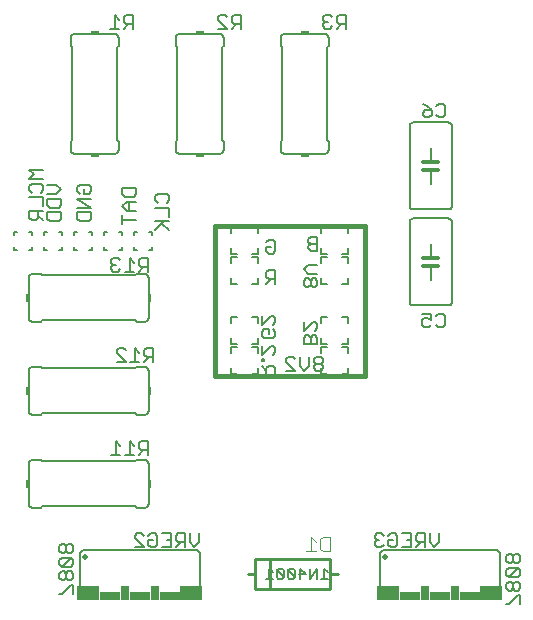
<source format=gbo>
G75*
G70*
%OFA0B0*%
%FSLAX24Y24*%
%IPPOS*%
%LPD*%
%AMOC8*
5,1,8,0,0,1.08239X$1,22.5*
%
%ADD10C,0.0160*%
%ADD11C,0.0120*%
%ADD12C,0.0060*%
%ADD13C,0.0050*%
%ADD14C,0.0200*%
%ADD15R,0.0750X0.0500*%
%ADD16R,0.0700X0.0300*%
%ADD17R,0.0300X0.0500*%
%ADD18C,0.0100*%
%ADD19C,0.0040*%
%ADD20R,0.0300X0.0110*%
%ADD21R,0.0110X0.0300*%
D10*
X007601Y008004D02*
X007601Y013004D01*
X012601Y013004D01*
X012601Y008004D01*
X007601Y008004D01*
D11*
X014551Y011684D02*
X014801Y011684D01*
X015051Y011684D01*
X015051Y011934D02*
X014801Y011934D01*
X014551Y011934D01*
X014551Y014874D02*
X014801Y014874D01*
X015051Y014874D01*
X015051Y015124D02*
X014801Y015124D01*
X014551Y015124D01*
D12*
X014801Y015124D02*
X014801Y015604D01*
X014801Y014874D02*
X014801Y014404D01*
X015501Y013654D02*
X015499Y013637D01*
X015495Y013620D01*
X015488Y013604D01*
X015478Y013590D01*
X015465Y013577D01*
X015451Y013567D01*
X015435Y013560D01*
X015418Y013556D01*
X015401Y013554D01*
X014201Y013554D01*
X014184Y013556D01*
X014167Y013560D01*
X014151Y013567D01*
X014137Y013577D01*
X014124Y013590D01*
X014114Y013604D01*
X014107Y013620D01*
X014103Y013637D01*
X014101Y013654D01*
X014101Y016354D01*
X014103Y016371D01*
X014107Y016388D01*
X014114Y016404D01*
X014124Y016418D01*
X014137Y016431D01*
X014151Y016441D01*
X014167Y016448D01*
X014184Y016452D01*
X014201Y016454D01*
X015401Y016454D01*
X015418Y016452D01*
X015435Y016448D01*
X015451Y016441D01*
X015465Y016431D01*
X015478Y016418D01*
X015488Y016404D01*
X015495Y016388D01*
X015499Y016371D01*
X015501Y016354D01*
X015501Y013654D01*
X015401Y013254D02*
X014201Y013254D01*
X014184Y013252D01*
X014167Y013248D01*
X014151Y013241D01*
X014137Y013231D01*
X014124Y013218D01*
X014114Y013204D01*
X014107Y013188D01*
X014103Y013171D01*
X014101Y013154D01*
X014101Y010454D01*
X014103Y010437D01*
X014107Y010420D01*
X014114Y010404D01*
X014124Y010390D01*
X014137Y010377D01*
X014151Y010367D01*
X014167Y010360D01*
X014184Y010356D01*
X014201Y010354D01*
X015401Y010354D01*
X015418Y010356D01*
X015435Y010360D01*
X015451Y010367D01*
X015465Y010377D01*
X015478Y010390D01*
X015488Y010404D01*
X015495Y010420D01*
X015499Y010437D01*
X015501Y010454D01*
X015501Y013154D01*
X015499Y013171D01*
X015495Y013188D01*
X015488Y013204D01*
X015478Y013218D01*
X015465Y013231D01*
X015451Y013241D01*
X015435Y013248D01*
X015418Y013252D01*
X015401Y013254D01*
X014801Y012404D02*
X014801Y011934D01*
X014801Y011684D02*
X014801Y011204D01*
X012051Y011254D02*
X012051Y011054D01*
X011851Y011054D01*
X011351Y011054D02*
X011151Y011054D01*
X011151Y011254D01*
X011151Y011754D02*
X011151Y011954D01*
X011351Y011954D01*
X011351Y012054D02*
X011151Y012054D01*
X011151Y012254D01*
X011151Y012754D02*
X011151Y012954D01*
X011351Y012954D01*
X011851Y012954D02*
X012051Y012954D01*
X012051Y012754D01*
X012051Y012254D02*
X012051Y012054D01*
X011851Y012054D01*
X011851Y011954D02*
X012051Y011954D01*
X012051Y011754D01*
X012051Y009954D02*
X011851Y009954D01*
X012051Y009954D02*
X012051Y009754D01*
X012051Y009254D02*
X012051Y009054D01*
X011851Y009054D01*
X011851Y008954D02*
X012051Y008954D01*
X012051Y008754D01*
X012051Y008254D02*
X012051Y008054D01*
X011851Y008054D01*
X011351Y008054D02*
X011151Y008054D01*
X011151Y008254D01*
X011151Y008754D02*
X011151Y008954D01*
X011351Y008954D01*
X011351Y009054D02*
X011151Y009054D01*
X011151Y009254D01*
X011151Y009754D02*
X011151Y009954D01*
X011351Y009954D01*
X009051Y009954D02*
X009051Y009754D01*
X009051Y009954D02*
X008851Y009954D01*
X008351Y009954D02*
X008151Y009954D01*
X008151Y009754D01*
X008151Y009254D02*
X008151Y009054D01*
X008351Y009054D01*
X008351Y008954D02*
X008151Y008954D01*
X008151Y008754D01*
X008151Y008254D02*
X008151Y008054D01*
X008351Y008054D01*
X008851Y008054D02*
X009051Y008054D01*
X009051Y008254D01*
X009051Y008754D02*
X009051Y008954D01*
X008851Y008954D01*
X008851Y009054D02*
X009051Y009054D01*
X009051Y009254D01*
X009051Y011054D02*
X008851Y011054D01*
X009051Y011054D02*
X009051Y011254D01*
X009051Y011754D02*
X009051Y011954D01*
X008851Y011954D01*
X008851Y012054D02*
X009051Y012054D01*
X009051Y012254D01*
X009051Y012754D02*
X009051Y012954D01*
X008851Y012954D01*
X008351Y012954D02*
X008151Y012954D01*
X008151Y012754D01*
X008151Y012254D02*
X008151Y012054D01*
X008351Y012054D01*
X008351Y011954D02*
X008151Y011954D01*
X008151Y011754D01*
X008151Y011254D02*
X008151Y011054D01*
X008351Y011054D01*
X005501Y012204D02*
X005501Y012304D01*
X005501Y012204D02*
X005401Y012204D01*
X005001Y012204D02*
X004901Y012204D01*
X004901Y012304D01*
X004901Y012704D02*
X004901Y012804D01*
X005001Y012804D01*
X005401Y012804D02*
X005501Y012804D01*
X005501Y012704D01*
X004501Y012704D02*
X004501Y012804D01*
X004401Y012804D01*
X004001Y012804D02*
X003901Y012804D01*
X003901Y012704D01*
X003901Y012304D02*
X003901Y012204D01*
X004001Y012204D01*
X004401Y012204D02*
X004501Y012204D01*
X004501Y012304D01*
X005001Y011404D02*
X004951Y011354D01*
X001851Y011354D01*
X001801Y011404D01*
X001551Y011404D01*
X001528Y011402D01*
X001505Y011397D01*
X001483Y011388D01*
X001463Y011375D01*
X001445Y011360D01*
X001430Y011342D01*
X001417Y011322D01*
X001408Y011300D01*
X001403Y011277D01*
X001401Y011254D01*
X001401Y009954D01*
X001403Y009931D01*
X001408Y009908D01*
X001417Y009886D01*
X001430Y009866D01*
X001445Y009848D01*
X001463Y009833D01*
X001483Y009820D01*
X001505Y009811D01*
X001528Y009806D01*
X001551Y009804D01*
X001801Y009804D01*
X001851Y009854D01*
X004951Y009854D01*
X005001Y009804D01*
X005251Y009804D01*
X005274Y009806D01*
X005297Y009811D01*
X005319Y009820D01*
X005339Y009833D01*
X005357Y009848D01*
X005372Y009866D01*
X005385Y009886D01*
X005394Y009908D01*
X005399Y009931D01*
X005401Y009954D01*
X005401Y011254D01*
X005399Y011277D01*
X005394Y011300D01*
X005385Y011322D01*
X005372Y011342D01*
X005357Y011360D01*
X005339Y011375D01*
X005319Y011388D01*
X005297Y011397D01*
X005274Y011402D01*
X005251Y011404D01*
X005001Y011404D01*
X003501Y012204D02*
X003501Y012304D01*
X003501Y012204D02*
X003401Y012204D01*
X003001Y012204D02*
X002901Y012204D01*
X002901Y012304D01*
X002901Y012704D02*
X002901Y012804D01*
X003001Y012804D01*
X003401Y012804D02*
X003501Y012804D01*
X003501Y012704D01*
X002501Y012704D02*
X002501Y012804D01*
X002401Y012804D01*
X002001Y012804D02*
X001901Y012804D01*
X001901Y012704D01*
X001901Y012304D02*
X001901Y012204D01*
X002001Y012204D01*
X002401Y012204D02*
X002501Y012204D01*
X002501Y012304D01*
X001501Y012304D02*
X001501Y012204D01*
X001401Y012204D01*
X001001Y012204D02*
X000901Y012204D01*
X000901Y012304D01*
X000901Y012704D02*
X000901Y012804D01*
X001001Y012804D01*
X001401Y012804D02*
X001501Y012804D01*
X001501Y012704D01*
X002951Y015404D02*
X004251Y015404D01*
X004274Y015406D01*
X004297Y015411D01*
X004319Y015420D01*
X004339Y015433D01*
X004357Y015448D01*
X004372Y015466D01*
X004385Y015486D01*
X004394Y015508D01*
X004399Y015531D01*
X004401Y015554D01*
X004401Y015804D01*
X004351Y015854D01*
X004351Y018954D01*
X004401Y019004D01*
X004401Y019254D01*
X004399Y019277D01*
X004394Y019300D01*
X004385Y019322D01*
X004372Y019342D01*
X004357Y019360D01*
X004339Y019375D01*
X004319Y019388D01*
X004297Y019397D01*
X004274Y019402D01*
X004251Y019404D01*
X002951Y019404D01*
X002928Y019402D01*
X002905Y019397D01*
X002883Y019388D01*
X002863Y019375D01*
X002845Y019360D01*
X002830Y019342D01*
X002817Y019322D01*
X002808Y019300D01*
X002803Y019277D01*
X002801Y019254D01*
X002801Y019004D01*
X002851Y018954D01*
X002851Y015854D01*
X002801Y015804D01*
X002801Y015554D01*
X002803Y015531D01*
X002808Y015508D01*
X002817Y015486D01*
X002830Y015466D01*
X002845Y015448D01*
X002863Y015433D01*
X002883Y015420D01*
X002905Y015411D01*
X002928Y015406D01*
X002951Y015404D01*
X006301Y015554D02*
X006301Y015804D01*
X006351Y015854D01*
X006351Y018954D01*
X006301Y019004D01*
X006301Y019254D01*
X006303Y019277D01*
X006308Y019300D01*
X006317Y019322D01*
X006330Y019342D01*
X006345Y019360D01*
X006363Y019375D01*
X006383Y019388D01*
X006405Y019397D01*
X006428Y019402D01*
X006451Y019404D01*
X007751Y019404D01*
X007774Y019402D01*
X007797Y019397D01*
X007819Y019388D01*
X007839Y019375D01*
X007857Y019360D01*
X007872Y019342D01*
X007885Y019322D01*
X007894Y019300D01*
X007899Y019277D01*
X007901Y019254D01*
X007901Y019004D01*
X007851Y018954D01*
X007851Y015854D01*
X007901Y015804D01*
X007901Y015554D01*
X007899Y015531D01*
X007894Y015508D01*
X007885Y015486D01*
X007872Y015466D01*
X007857Y015448D01*
X007839Y015433D01*
X007819Y015420D01*
X007797Y015411D01*
X007774Y015406D01*
X007751Y015404D01*
X006451Y015404D01*
X006428Y015406D01*
X006405Y015411D01*
X006383Y015420D01*
X006363Y015433D01*
X006345Y015448D01*
X006330Y015466D01*
X006317Y015486D01*
X006308Y015508D01*
X006303Y015531D01*
X006301Y015554D01*
X009801Y015554D02*
X009801Y015804D01*
X009851Y015854D01*
X009851Y018954D01*
X009801Y019004D01*
X009801Y019254D01*
X009803Y019277D01*
X009808Y019300D01*
X009817Y019322D01*
X009830Y019342D01*
X009845Y019360D01*
X009863Y019375D01*
X009883Y019388D01*
X009905Y019397D01*
X009928Y019402D01*
X009951Y019404D01*
X011251Y019404D01*
X011274Y019402D01*
X011297Y019397D01*
X011319Y019388D01*
X011339Y019375D01*
X011357Y019360D01*
X011372Y019342D01*
X011385Y019322D01*
X011394Y019300D01*
X011399Y019277D01*
X011401Y019254D01*
X011401Y019004D01*
X011351Y018954D01*
X011351Y015854D01*
X011401Y015804D01*
X011401Y015554D01*
X011399Y015531D01*
X011394Y015508D01*
X011385Y015486D01*
X011372Y015466D01*
X011357Y015448D01*
X011339Y015433D01*
X011319Y015420D01*
X011297Y015411D01*
X011274Y015406D01*
X011251Y015404D01*
X009951Y015404D01*
X009928Y015406D01*
X009905Y015411D01*
X009883Y015420D01*
X009863Y015433D01*
X009845Y015448D01*
X009830Y015466D01*
X009817Y015486D01*
X009808Y015508D01*
X009803Y015531D01*
X009801Y015554D01*
X005251Y008304D02*
X005001Y008304D01*
X004951Y008254D01*
X001851Y008254D01*
X001801Y008304D01*
X001551Y008304D01*
X001528Y008302D01*
X001505Y008297D01*
X001483Y008288D01*
X001463Y008275D01*
X001445Y008260D01*
X001430Y008242D01*
X001417Y008222D01*
X001408Y008200D01*
X001403Y008177D01*
X001401Y008154D01*
X001401Y006854D01*
X001403Y006831D01*
X001408Y006808D01*
X001417Y006786D01*
X001430Y006766D01*
X001445Y006748D01*
X001463Y006733D01*
X001483Y006720D01*
X001505Y006711D01*
X001528Y006706D01*
X001551Y006704D01*
X001801Y006704D01*
X001851Y006754D01*
X004951Y006754D01*
X005001Y006704D01*
X005251Y006704D01*
X005274Y006706D01*
X005297Y006711D01*
X005319Y006720D01*
X005339Y006733D01*
X005357Y006748D01*
X005372Y006766D01*
X005385Y006786D01*
X005394Y006808D01*
X005399Y006831D01*
X005401Y006854D01*
X005401Y008154D01*
X005399Y008177D01*
X005394Y008200D01*
X005385Y008222D01*
X005372Y008242D01*
X005357Y008260D01*
X005339Y008275D01*
X005319Y008288D01*
X005297Y008297D01*
X005274Y008302D01*
X005251Y008304D01*
X005251Y005204D02*
X005001Y005204D01*
X004951Y005154D01*
X001851Y005154D01*
X001801Y005204D01*
X001551Y005204D01*
X001528Y005202D01*
X001505Y005197D01*
X001483Y005188D01*
X001463Y005175D01*
X001445Y005160D01*
X001430Y005142D01*
X001417Y005122D01*
X001408Y005100D01*
X001403Y005077D01*
X001401Y005054D01*
X001401Y003754D01*
X001403Y003731D01*
X001408Y003708D01*
X001417Y003686D01*
X001430Y003666D01*
X001445Y003648D01*
X001463Y003633D01*
X001483Y003620D01*
X001505Y003611D01*
X001528Y003606D01*
X001551Y003604D01*
X001801Y003604D01*
X001851Y003654D01*
X004951Y003654D01*
X005001Y003604D01*
X005251Y003604D01*
X005274Y003606D01*
X005297Y003611D01*
X005319Y003620D01*
X005339Y003633D01*
X005357Y003648D01*
X005372Y003666D01*
X005385Y003686D01*
X005394Y003708D01*
X005399Y003731D01*
X005401Y003754D01*
X005401Y005054D01*
X005399Y005077D01*
X005394Y005100D01*
X005385Y005122D01*
X005372Y005142D01*
X005357Y005160D01*
X005339Y005175D01*
X005319Y005188D01*
X005297Y005197D01*
X005274Y005202D01*
X005251Y005204D01*
X007001Y002204D02*
X003201Y002204D01*
X003101Y002104D01*
X003101Y000954D01*
X007001Y002204D02*
X007101Y002104D01*
X007101Y000954D01*
X013101Y000954D02*
X013101Y002104D01*
X013201Y002204D01*
X017001Y002204D01*
X017101Y002104D01*
X017101Y000954D01*
D13*
X002501Y000729D02*
X002426Y000729D01*
X002501Y000729D02*
X002801Y001029D01*
X002876Y001029D01*
X002876Y000729D01*
X002801Y001189D02*
X002726Y001189D01*
X002651Y001264D01*
X002651Y001414D01*
X002576Y001490D01*
X002501Y001490D01*
X002426Y001414D01*
X002426Y001264D01*
X002501Y001189D01*
X002576Y001189D01*
X002651Y001264D01*
X002651Y001414D02*
X002726Y001490D01*
X002801Y001490D01*
X002876Y001414D01*
X002876Y001264D01*
X002801Y001189D01*
X002801Y001650D02*
X002501Y001650D01*
X002801Y001950D01*
X002501Y001950D01*
X002426Y001875D01*
X002426Y001725D01*
X002501Y001650D01*
X002801Y001650D02*
X002876Y001725D01*
X002876Y001875D01*
X002801Y001950D01*
X002801Y002110D02*
X002726Y002110D01*
X002651Y002185D01*
X002651Y002335D01*
X002576Y002410D01*
X002501Y002410D01*
X002426Y002335D01*
X002426Y002185D01*
X002501Y002110D01*
X002576Y002110D01*
X002651Y002185D01*
X002651Y002335D02*
X002726Y002410D01*
X002801Y002410D01*
X002876Y002335D01*
X002876Y002185D01*
X002801Y002110D01*
X004936Y002309D02*
X005236Y002309D01*
X004936Y002609D01*
X004936Y002684D01*
X005011Y002759D01*
X005161Y002759D01*
X005236Y002684D01*
X005396Y002684D02*
X005471Y002759D01*
X005622Y002759D01*
X005697Y002684D01*
X005697Y002384D01*
X005622Y002309D01*
X005471Y002309D01*
X005396Y002384D01*
X005396Y002534D01*
X005547Y002534D01*
X005857Y002309D02*
X006157Y002309D01*
X006157Y002759D01*
X005857Y002759D01*
X006007Y002534D02*
X006157Y002534D01*
X006317Y002534D02*
X006392Y002459D01*
X006617Y002459D01*
X006467Y002459D02*
X006317Y002309D01*
X006317Y002534D02*
X006317Y002684D01*
X006392Y002759D01*
X006617Y002759D01*
X006617Y002309D01*
X006777Y002459D02*
X006777Y002759D01*
X006777Y002459D02*
X006928Y002309D01*
X007078Y002459D01*
X007078Y002759D01*
X009418Y001579D02*
X009418Y001229D01*
X009534Y001229D02*
X009301Y001229D01*
X009669Y001287D02*
X009727Y001229D01*
X009844Y001229D01*
X009903Y001287D01*
X009669Y001521D01*
X009669Y001287D01*
X009534Y001462D02*
X009418Y001579D01*
X009669Y001521D02*
X009727Y001579D01*
X009844Y001579D01*
X009903Y001521D01*
X009903Y001287D01*
X010037Y001287D02*
X010096Y001229D01*
X010213Y001229D01*
X010271Y001287D01*
X010037Y001521D01*
X010037Y001287D01*
X010037Y001521D02*
X010096Y001579D01*
X010213Y001579D01*
X010271Y001521D01*
X010271Y001287D01*
X010406Y001404D02*
X010639Y001404D01*
X010464Y001579D01*
X010464Y001229D01*
X010774Y001229D02*
X010774Y001579D01*
X011007Y001579D02*
X010774Y001229D01*
X011007Y001229D02*
X011007Y001579D01*
X011259Y001579D02*
X011259Y001229D01*
X011376Y001229D02*
X011142Y001229D01*
X011376Y001462D02*
X011259Y001579D01*
X012936Y002384D02*
X013011Y002309D01*
X013161Y002309D01*
X013236Y002384D01*
X013396Y002384D02*
X013396Y002534D01*
X013547Y002534D01*
X013697Y002384D02*
X013622Y002309D01*
X013471Y002309D01*
X013396Y002384D01*
X013697Y002384D02*
X013697Y002684D01*
X013622Y002759D01*
X013471Y002759D01*
X013396Y002684D01*
X013236Y002684D02*
X013161Y002759D01*
X013011Y002759D01*
X012936Y002684D01*
X012936Y002609D01*
X013011Y002534D01*
X012936Y002459D01*
X012936Y002384D01*
X013011Y002534D02*
X013086Y002534D01*
X013857Y002309D02*
X014157Y002309D01*
X014157Y002759D01*
X013857Y002759D01*
X014007Y002534D02*
X014157Y002534D01*
X014317Y002534D02*
X014392Y002459D01*
X014617Y002459D01*
X014467Y002459D02*
X014317Y002309D01*
X014317Y002534D02*
X014317Y002684D01*
X014392Y002759D01*
X014617Y002759D01*
X014617Y002309D01*
X014777Y002459D02*
X014777Y002759D01*
X015078Y002759D02*
X015078Y002459D01*
X014928Y002309D01*
X014777Y002459D01*
X017326Y001994D02*
X017326Y001844D01*
X017401Y001768D01*
X017476Y001768D01*
X017551Y001844D01*
X017551Y001994D01*
X017476Y002069D01*
X017401Y002069D01*
X017326Y001994D01*
X017551Y001994D02*
X017626Y002069D01*
X017701Y002069D01*
X017776Y001994D01*
X017776Y001844D01*
X017701Y001768D01*
X017626Y001768D01*
X017551Y001844D01*
X017401Y001608D02*
X017326Y001533D01*
X017326Y001383D01*
X017401Y001308D01*
X017701Y001608D01*
X017401Y001608D01*
X017401Y001308D02*
X017701Y001308D01*
X017776Y001383D01*
X017776Y001533D01*
X017701Y001608D01*
X017701Y001148D02*
X017626Y001148D01*
X017551Y001073D01*
X017551Y000923D01*
X017626Y000848D01*
X017701Y000848D01*
X017776Y000923D01*
X017776Y001073D01*
X017701Y001148D01*
X017551Y001073D02*
X017476Y001148D01*
X017401Y001148D01*
X017326Y001073D01*
X017326Y000923D01*
X017401Y000848D01*
X017476Y000848D01*
X017551Y000923D01*
X017701Y000688D02*
X017401Y000387D01*
X017326Y000387D01*
X017776Y000387D02*
X017776Y000688D01*
X017701Y000688D01*
X011132Y008179D02*
X010982Y008179D01*
X010907Y008254D01*
X010907Y008329D01*
X010982Y008404D01*
X011132Y008404D01*
X011207Y008479D01*
X011207Y008554D01*
X011132Y008629D01*
X010982Y008629D01*
X010907Y008554D01*
X010907Y008479D01*
X010982Y008404D01*
X011132Y008404D02*
X011207Y008329D01*
X011207Y008254D01*
X011132Y008179D01*
X010747Y008329D02*
X010747Y008629D01*
X010747Y008329D02*
X010596Y008179D01*
X010446Y008329D01*
X010446Y008629D01*
X010286Y008554D02*
X010211Y008629D01*
X010061Y008629D01*
X009986Y008554D01*
X009986Y008479D01*
X010286Y008179D01*
X009986Y008179D01*
X009626Y008253D02*
X009626Y008028D01*
X009176Y008028D01*
X009326Y008028D02*
X009326Y008253D01*
X009401Y008328D01*
X009551Y008328D01*
X009626Y008253D01*
X009326Y008178D02*
X009176Y008328D01*
X009176Y008488D02*
X009176Y008563D01*
X009251Y008563D01*
X009251Y008488D01*
X009176Y008488D01*
X009176Y008719D02*
X009476Y009019D01*
X009551Y009019D01*
X009626Y008944D01*
X009626Y008794D01*
X009551Y008719D01*
X009176Y008719D02*
X009176Y009019D01*
X009251Y009258D02*
X009176Y009333D01*
X009176Y009483D01*
X009251Y009558D01*
X009401Y009558D01*
X009401Y009408D01*
X009551Y009258D02*
X009251Y009258D01*
X009551Y009258D02*
X009626Y009333D01*
X009626Y009483D01*
X009551Y009558D01*
X009551Y009719D02*
X009626Y009794D01*
X009626Y009944D01*
X009551Y010019D01*
X009476Y010019D01*
X009176Y009719D01*
X009176Y010019D01*
X009326Y011079D02*
X009476Y011229D01*
X009401Y011229D02*
X009626Y011229D01*
X009626Y011079D02*
X009626Y011529D01*
X009401Y011529D01*
X009326Y011454D01*
X009326Y011304D01*
X009401Y011229D01*
X009401Y012079D02*
X009326Y012154D01*
X009326Y012304D01*
X009476Y012304D01*
X009626Y012154D02*
X009551Y012079D01*
X009401Y012079D01*
X009626Y012154D02*
X009626Y012454D01*
X009551Y012529D01*
X009401Y012529D01*
X009326Y012454D01*
X010576Y011569D02*
X010726Y011719D01*
X011026Y011719D01*
X011026Y011419D02*
X010726Y011419D01*
X010576Y011569D01*
X010651Y011258D02*
X010576Y011183D01*
X010576Y011033D01*
X010651Y010958D01*
X010726Y010958D01*
X010801Y011033D01*
X010801Y011183D01*
X010726Y011258D01*
X010651Y011258D01*
X010801Y011183D02*
X010876Y011258D01*
X010951Y011258D01*
X011026Y011183D01*
X011026Y011033D01*
X010951Y010958D01*
X010876Y010958D01*
X010801Y011033D01*
X010801Y012179D02*
X011026Y012179D01*
X011026Y012629D01*
X010801Y012629D01*
X010726Y012554D01*
X010726Y012479D01*
X010801Y012404D01*
X011026Y012404D01*
X010801Y012404D02*
X010726Y012329D01*
X010726Y012254D01*
X010801Y012179D01*
X010876Y009819D02*
X010951Y009819D01*
X011026Y009744D01*
X011026Y009594D01*
X010951Y009519D01*
X010951Y009358D02*
X010876Y009358D01*
X010801Y009283D01*
X010801Y009058D01*
X010576Y009058D02*
X011026Y009058D01*
X011026Y009283D01*
X010951Y009358D01*
X010801Y009283D02*
X010726Y009358D01*
X010651Y009358D01*
X010576Y009283D01*
X010576Y009058D01*
X010576Y009519D02*
X010876Y009819D01*
X010576Y009819D02*
X010576Y009519D01*
X014515Y009704D02*
X014590Y009629D01*
X014740Y009629D01*
X014815Y009704D01*
X014815Y009854D02*
X014665Y009929D01*
X014590Y009929D01*
X014515Y009854D01*
X014515Y009704D01*
X014515Y010079D02*
X014815Y010079D01*
X014815Y009854D01*
X014976Y009704D02*
X015051Y009629D01*
X015201Y009629D01*
X015276Y009704D01*
X015276Y010004D01*
X015201Y010079D01*
X015051Y010079D01*
X014976Y010004D01*
X015071Y016629D02*
X014996Y016704D01*
X015071Y016629D02*
X015221Y016629D01*
X015297Y016704D01*
X015297Y017004D01*
X015221Y017079D01*
X015071Y017079D01*
X014996Y017004D01*
X014836Y016854D02*
X014611Y016854D01*
X014536Y016779D01*
X014536Y016704D01*
X014611Y016629D01*
X014761Y016629D01*
X014836Y016704D01*
X014836Y016854D01*
X014686Y017004D01*
X014536Y017079D01*
X011976Y019579D02*
X011976Y020029D01*
X011751Y020029D01*
X011676Y019954D01*
X011676Y019804D01*
X011751Y019729D01*
X011976Y019729D01*
X011826Y019729D02*
X011676Y019579D01*
X011515Y019654D02*
X011440Y019579D01*
X011290Y019579D01*
X011215Y019654D01*
X011215Y019729D01*
X011290Y019804D01*
X011365Y019804D01*
X011290Y019804D02*
X011215Y019879D01*
X011215Y019954D01*
X011290Y020029D01*
X011440Y020029D01*
X011515Y019954D01*
X008476Y020029D02*
X008476Y019579D01*
X008476Y019729D02*
X008251Y019729D01*
X008176Y019804D01*
X008176Y019954D01*
X008251Y020029D01*
X008476Y020029D01*
X008326Y019729D02*
X008176Y019579D01*
X008015Y019579D02*
X007715Y019879D01*
X007715Y019954D01*
X007790Y020029D01*
X007940Y020029D01*
X008015Y019954D01*
X008015Y019579D02*
X007715Y019579D01*
X004876Y019579D02*
X004876Y020029D01*
X004651Y020029D01*
X004576Y019954D01*
X004576Y019804D01*
X004651Y019729D01*
X004876Y019729D01*
X004726Y019729D02*
X004576Y019579D01*
X004415Y019579D02*
X004115Y019579D01*
X004265Y019579D02*
X004265Y020029D01*
X004415Y019879D01*
X001876Y014879D02*
X001425Y014879D01*
X001576Y014729D01*
X001425Y014579D01*
X001876Y014579D01*
X001801Y014419D02*
X001876Y014344D01*
X001876Y014193D01*
X001801Y014118D01*
X001876Y013958D02*
X001425Y013958D01*
X001500Y014118D02*
X001425Y014193D01*
X001425Y014344D01*
X001500Y014419D01*
X001801Y014419D01*
X002025Y014379D02*
X002326Y014379D01*
X002476Y014229D01*
X002326Y014079D01*
X002025Y014079D01*
X002025Y013919D02*
X002025Y013693D01*
X002100Y013618D01*
X002401Y013618D01*
X002476Y013693D01*
X002476Y013919D01*
X002025Y013919D01*
X001876Y013958D02*
X001876Y013658D01*
X001876Y013498D02*
X001425Y013498D01*
X001425Y013273D01*
X001500Y013198D01*
X001651Y013198D01*
X001726Y013273D01*
X001726Y013498D01*
X001726Y013348D02*
X001876Y013198D01*
X002025Y013233D02*
X002100Y013158D01*
X002401Y013158D01*
X002476Y013233D01*
X002476Y013458D01*
X002025Y013458D01*
X002025Y013233D01*
X003025Y013233D02*
X003025Y013458D01*
X003476Y013458D01*
X003476Y013233D01*
X003401Y013158D01*
X003100Y013158D01*
X003025Y013233D01*
X003025Y013618D02*
X003476Y013618D01*
X003025Y013919D01*
X003476Y013919D01*
X003401Y014079D02*
X003251Y014079D01*
X003251Y014229D01*
X003401Y014379D02*
X003476Y014304D01*
X003476Y014154D01*
X003401Y014079D01*
X003401Y014379D02*
X003100Y014379D01*
X003025Y014304D01*
X003025Y014154D01*
X003100Y014079D01*
X004525Y014054D02*
X004600Y013979D01*
X004901Y013979D01*
X004976Y014054D01*
X004976Y014279D01*
X004525Y014279D01*
X004525Y014054D01*
X004676Y013819D02*
X004525Y013668D01*
X004676Y013518D01*
X004976Y013518D01*
X004751Y013518D02*
X004751Y013819D01*
X004676Y013819D02*
X004976Y013819D01*
X004976Y013208D02*
X004525Y013208D01*
X004525Y013358D02*
X004525Y013058D01*
X005625Y013158D02*
X006076Y013158D01*
X005926Y013158D02*
X005625Y012858D01*
X005851Y013083D02*
X006076Y012858D01*
X006076Y013318D02*
X006076Y013619D01*
X005625Y013619D01*
X005700Y013779D02*
X005625Y013854D01*
X005625Y014004D01*
X005700Y014079D01*
X006001Y014079D01*
X006076Y014004D01*
X006076Y013854D01*
X006001Y013779D01*
X005376Y011929D02*
X005151Y011929D01*
X005076Y011854D01*
X005076Y011704D01*
X005151Y011629D01*
X005376Y011629D01*
X005376Y011479D02*
X005376Y011929D01*
X005226Y011629D02*
X005076Y011479D01*
X004915Y011479D02*
X004615Y011479D01*
X004765Y011479D02*
X004765Y011929D01*
X004915Y011779D01*
X004455Y011854D02*
X004380Y011929D01*
X004230Y011929D01*
X004155Y011854D01*
X004155Y011779D01*
X004230Y011704D01*
X004155Y011629D01*
X004155Y011554D01*
X004230Y011479D01*
X004380Y011479D01*
X004455Y011554D01*
X004305Y011704D02*
X004230Y011704D01*
X004411Y008929D02*
X004561Y008929D01*
X004636Y008854D01*
X004411Y008929D02*
X004336Y008854D01*
X004336Y008779D01*
X004636Y008479D01*
X004336Y008479D01*
X004796Y008479D02*
X005097Y008479D01*
X004946Y008479D02*
X004946Y008929D01*
X005097Y008779D01*
X005257Y008704D02*
X005332Y008629D01*
X005557Y008629D01*
X005557Y008479D02*
X005557Y008929D01*
X005332Y008929D01*
X005257Y008854D01*
X005257Y008704D01*
X005407Y008629D02*
X005257Y008479D01*
X005151Y005829D02*
X005076Y005754D01*
X005076Y005604D01*
X005151Y005529D01*
X005376Y005529D01*
X005376Y005379D02*
X005376Y005829D01*
X005151Y005829D01*
X004915Y005679D02*
X004765Y005829D01*
X004765Y005379D01*
X004915Y005379D02*
X004615Y005379D01*
X004455Y005379D02*
X004155Y005379D01*
X004305Y005379D02*
X004305Y005829D01*
X004455Y005679D01*
X005076Y005379D02*
X005226Y005529D01*
D14*
X003281Y001964D03*
X013281Y001964D03*
D15*
X013376Y000754D03*
X016826Y000754D03*
X006826Y000754D03*
X003376Y000754D03*
D16*
X004101Y000654D03*
X005101Y000654D03*
X006101Y000654D03*
X014101Y000654D03*
X015101Y000654D03*
X016101Y000654D03*
D17*
X015601Y000754D03*
X014601Y000754D03*
X005601Y000754D03*
X004601Y000754D03*
D18*
X008701Y001404D02*
X008951Y001404D01*
X008951Y001904D01*
X009451Y001904D01*
X009451Y000904D01*
X008951Y000904D01*
X008951Y001404D01*
X009451Y000904D02*
X011451Y000904D01*
X011451Y001404D01*
X011701Y001404D01*
X011451Y001404D02*
X011451Y001904D01*
X009451Y001904D01*
D19*
X010664Y002174D02*
X010970Y002174D01*
X010817Y002174D02*
X010817Y002634D01*
X010970Y002481D01*
X011124Y002558D02*
X011201Y002634D01*
X011431Y002634D01*
X011431Y002174D01*
X011201Y002174D01*
X011124Y002251D01*
X011124Y002558D01*
D20*
X010601Y015349D03*
X007101Y015349D03*
X003601Y015349D03*
X003601Y019459D03*
X007101Y019459D03*
X010601Y019459D03*
D21*
X005456Y010604D03*
X005456Y007504D03*
X005456Y004404D03*
X001346Y004404D03*
X001346Y007504D03*
X001346Y010604D03*
M02*

</source>
